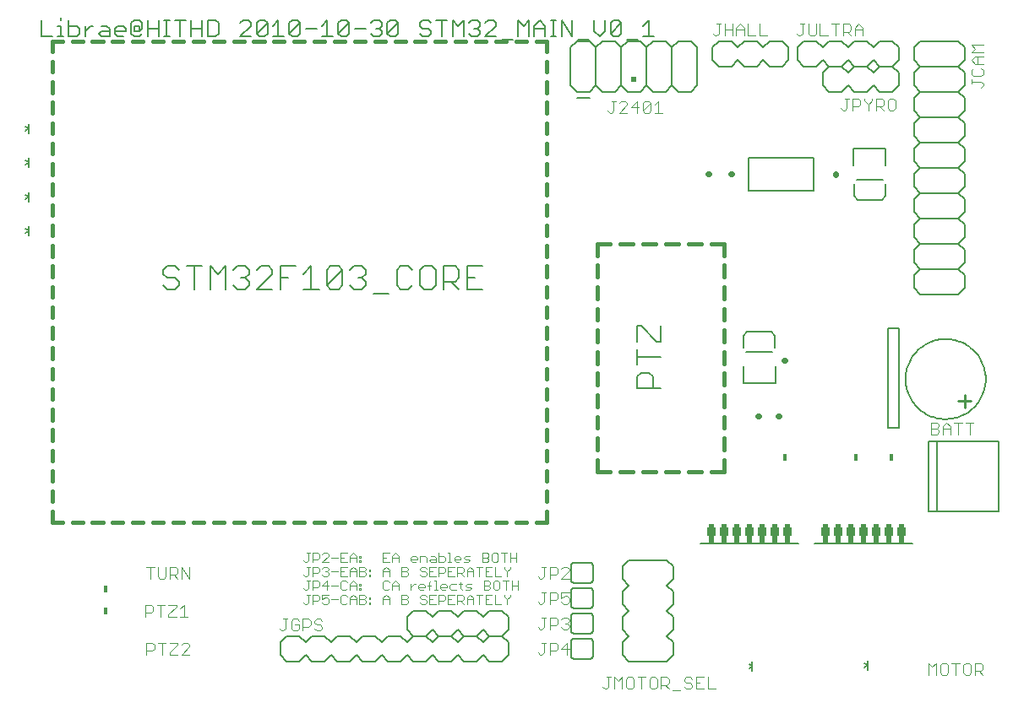
<source format=gto>
G75*
G70*
%OFA0B0*%
%FSLAX24Y24*%
%IPPOS*%
%LPD*%
%AMOC8*
5,1,8,0,0,1.08239X$1,22.5*
%
%ADD10C,0.0160*%
%ADD11C,0.0040*%
%ADD12C,0.0030*%
%ADD13C,0.0060*%
%ADD14C,0.0080*%
%ADD15R,0.0354X0.0375*%
%ADD16R,0.0354X0.0375*%
%ADD17R,0.0236X0.0768*%
%ADD18R,0.0180X0.0300*%
%ADD19C,0.0100*%
%ADD20C,0.0220*%
%ADD21R,0.0200X0.0200*%
D10*
X003703Y007161D02*
X004105Y007161D01*
X004499Y007161D02*
X004901Y007161D01*
X005295Y007161D02*
X005697Y007161D01*
X006091Y007161D02*
X006493Y007161D01*
X006886Y007161D02*
X007288Y007161D01*
X007682Y007161D02*
X008084Y007161D01*
X008478Y007161D02*
X008880Y007161D01*
X009274Y007161D02*
X009676Y007161D01*
X010069Y007161D02*
X010471Y007161D01*
X010865Y007161D02*
X011267Y007161D01*
X011661Y007161D02*
X012063Y007161D01*
X012457Y007161D02*
X012859Y007161D01*
X013252Y007161D02*
X013654Y007161D01*
X014048Y007161D02*
X014450Y007161D01*
X014844Y007161D02*
X015246Y007161D01*
X015640Y007161D02*
X016042Y007161D01*
X016435Y007161D02*
X016837Y007161D01*
X017231Y007161D02*
X017633Y007161D01*
X018027Y007161D02*
X018429Y007161D01*
X018823Y007161D02*
X019225Y007161D01*
X019618Y007161D02*
X020020Y007161D01*
X020414Y007161D02*
X020816Y007161D01*
X021210Y007161D02*
X021612Y007161D01*
X022006Y007161D02*
X022408Y007161D01*
X022801Y007161D02*
X023203Y007161D01*
X023203Y007576D01*
X023203Y007969D02*
X023203Y008384D01*
X023203Y008777D02*
X023203Y009192D01*
X023203Y009585D02*
X023203Y010000D01*
X023203Y010394D02*
X023203Y010808D01*
X023203Y011202D02*
X023203Y011616D01*
X023203Y012010D02*
X023203Y012424D01*
X023203Y012818D02*
X023203Y013232D01*
X023203Y013626D02*
X023203Y014040D01*
X023203Y014434D02*
X023203Y014848D01*
X023203Y015242D02*
X023203Y015656D01*
X023203Y016050D02*
X023203Y016464D01*
X023203Y016858D02*
X023203Y017272D01*
X023203Y017666D02*
X023203Y018081D01*
X023203Y018474D02*
X023203Y018889D01*
X023203Y019282D02*
X023203Y019697D01*
X023203Y020090D02*
X023203Y020505D01*
X023203Y020898D02*
X023203Y021313D01*
X023203Y021707D02*
X023203Y022121D01*
X023203Y022515D02*
X023203Y022929D01*
X023203Y023323D02*
X023203Y023737D01*
X023203Y024131D02*
X023203Y024545D01*
X023203Y024939D02*
X023203Y025353D01*
X023203Y025747D02*
X023203Y026161D01*
X022801Y026161D01*
X022408Y026161D02*
X022006Y026161D01*
X021612Y026161D02*
X021210Y026161D01*
X020816Y026161D02*
X020414Y026161D01*
X020020Y026161D02*
X019618Y026161D01*
X019225Y026161D02*
X018823Y026161D01*
X018429Y026161D02*
X018027Y026161D01*
X017633Y026161D02*
X017231Y026161D01*
X016837Y026161D02*
X016435Y026161D01*
X016042Y026161D02*
X015640Y026161D01*
X015246Y026161D02*
X014844Y026161D01*
X014450Y026161D02*
X014048Y026161D01*
X013654Y026161D02*
X013252Y026161D01*
X012859Y026161D02*
X012457Y026161D01*
X012063Y026161D02*
X011661Y026161D01*
X011267Y026161D02*
X010865Y026161D01*
X010471Y026161D02*
X010069Y026161D01*
X009676Y026161D02*
X009274Y026161D01*
X008880Y026161D02*
X008478Y026161D01*
X008084Y026161D02*
X007682Y026161D01*
X007288Y026161D02*
X006886Y026161D01*
X006493Y026161D02*
X006091Y026161D01*
X005697Y026161D02*
X005295Y026161D01*
X004901Y026161D02*
X004499Y026161D01*
X004105Y026161D02*
X003703Y026161D01*
X003703Y025747D01*
X003703Y025353D02*
X003703Y024939D01*
X003703Y024545D02*
X003703Y024131D01*
X003703Y023737D02*
X003703Y023323D01*
X003703Y022929D02*
X003703Y022515D01*
X003703Y022121D02*
X003703Y021707D01*
X003703Y021313D02*
X003703Y020898D01*
X003703Y020505D02*
X003703Y020090D01*
X003703Y019697D02*
X003703Y019282D01*
X003703Y018889D02*
X003703Y018474D01*
X003703Y018081D02*
X003703Y017666D01*
X003703Y017272D02*
X003703Y016858D01*
X003703Y016464D02*
X003703Y016050D01*
X003703Y015656D02*
X003703Y015242D01*
X003703Y014848D02*
X003703Y014434D01*
X003703Y014040D02*
X003703Y013626D01*
X003703Y013232D02*
X003703Y012818D01*
X003703Y012424D02*
X003703Y012010D01*
X003703Y011616D02*
X003703Y011202D01*
X003703Y010808D02*
X003703Y010394D01*
X003703Y010000D02*
X003703Y009585D01*
X003703Y009192D02*
X003703Y008777D01*
X003703Y008384D02*
X003703Y007969D01*
X003703Y007576D02*
X003703Y007161D01*
X025203Y009161D02*
X025203Y009621D01*
X025203Y010015D02*
X025203Y010475D01*
X025203Y010869D02*
X025203Y011329D01*
X025203Y011723D02*
X025203Y012183D01*
X025203Y012577D02*
X025203Y013037D01*
X025203Y013431D02*
X025203Y013891D01*
X025203Y014285D02*
X025203Y014745D01*
X025203Y015139D02*
X025203Y015599D01*
X025203Y015993D02*
X025203Y016453D01*
X025203Y016847D02*
X025203Y017307D01*
X025203Y017701D02*
X025203Y018161D01*
X025709Y018161D01*
X026102Y018161D02*
X026607Y018161D01*
X027001Y018161D02*
X027506Y018161D01*
X027900Y018161D02*
X028405Y018161D01*
X028799Y018161D02*
X029304Y018161D01*
X029698Y018161D02*
X030203Y018161D01*
X030203Y017701D01*
X030203Y017307D02*
X030203Y016847D01*
X030203Y016453D02*
X030203Y015993D01*
X030203Y015599D02*
X030203Y015139D01*
X030203Y014745D02*
X030203Y014285D01*
X030203Y013891D02*
X030203Y013431D01*
X030203Y013037D02*
X030203Y012577D01*
X030203Y012183D02*
X030203Y011723D01*
X030203Y011329D02*
X030203Y010869D01*
X030203Y010475D02*
X030203Y010015D01*
X030203Y009621D02*
X030203Y009161D01*
X029698Y009161D01*
X029304Y009161D02*
X028799Y009161D01*
X028405Y009161D02*
X027900Y009161D01*
X027506Y009161D02*
X027001Y009161D01*
X026608Y009161D02*
X026102Y009161D01*
X025709Y009161D02*
X025203Y009161D01*
D11*
X024024Y005392D02*
X023871Y005392D01*
X023794Y005315D01*
X023641Y005315D02*
X023641Y005161D01*
X023564Y005085D01*
X023334Y005085D01*
X023334Y004931D02*
X023334Y005392D01*
X023564Y005392D01*
X023641Y005315D01*
X024024Y005392D02*
X024101Y005315D01*
X024101Y005238D01*
X023794Y004931D01*
X024101Y004931D01*
X024101Y004392D02*
X023794Y004392D01*
X023794Y004161D01*
X023947Y004238D01*
X024024Y004238D01*
X024101Y004161D01*
X024101Y004008D01*
X024024Y003931D01*
X023871Y003931D01*
X023794Y004008D01*
X023641Y004161D02*
X023564Y004085D01*
X023334Y004085D01*
X023334Y003931D02*
X023334Y004392D01*
X023564Y004392D01*
X023641Y004315D01*
X023641Y004161D01*
X023180Y004392D02*
X023027Y004392D01*
X023103Y004392D02*
X023103Y004008D01*
X023027Y003931D01*
X022950Y003931D01*
X022873Y004008D01*
X023027Y003392D02*
X023180Y003392D01*
X023103Y003392D02*
X023103Y003008D01*
X023027Y002931D01*
X022950Y002931D01*
X022873Y003008D01*
X023334Y003085D02*
X023564Y003085D01*
X023641Y003161D01*
X023641Y003315D01*
X023564Y003392D01*
X023334Y003392D01*
X023334Y002931D01*
X023794Y003008D02*
X023871Y002931D01*
X024024Y002931D01*
X024101Y003008D01*
X024101Y003085D01*
X024024Y003161D01*
X023947Y003161D01*
X024024Y003161D02*
X024101Y003238D01*
X024101Y003315D01*
X024024Y003392D01*
X023871Y003392D01*
X023794Y003315D01*
X023564Y002392D02*
X023334Y002392D01*
X023334Y001931D01*
X023334Y002085D02*
X023564Y002085D01*
X023641Y002161D01*
X023641Y002315D01*
X023564Y002392D01*
X023794Y002161D02*
X024101Y002161D01*
X024024Y001931D02*
X024024Y002392D01*
X023794Y002161D01*
X023180Y002392D02*
X023027Y002392D01*
X023103Y002392D02*
X023103Y002008D01*
X023027Y001931D01*
X022950Y001931D01*
X022873Y002008D01*
X025423Y000658D02*
X025500Y000581D01*
X025577Y000581D01*
X025653Y000658D01*
X025653Y001042D01*
X025577Y001042D02*
X025730Y001042D01*
X025884Y001042D02*
X026037Y000888D01*
X026191Y001042D01*
X026191Y000581D01*
X026344Y000658D02*
X026421Y000581D01*
X026574Y000581D01*
X026651Y000658D01*
X026651Y000965D01*
X026574Y001042D01*
X026421Y001042D01*
X026344Y000965D01*
X026344Y000658D01*
X025884Y000581D02*
X025884Y001042D01*
X026804Y001042D02*
X027111Y001042D01*
X026958Y001042D02*
X026958Y000581D01*
X027265Y000658D02*
X027265Y000965D01*
X027341Y001042D01*
X027495Y001042D01*
X027572Y000965D01*
X027572Y000658D01*
X027495Y000581D01*
X027341Y000581D01*
X027265Y000658D01*
X027725Y000581D02*
X027725Y001042D01*
X027955Y001042D01*
X028032Y000965D01*
X028032Y000811D01*
X027955Y000735D01*
X027725Y000735D01*
X027879Y000735D02*
X028032Y000581D01*
X028185Y000505D02*
X028492Y000505D01*
X028646Y000658D02*
X028722Y000581D01*
X028876Y000581D01*
X028953Y000658D01*
X028953Y000735D01*
X028876Y000811D01*
X028722Y000811D01*
X028646Y000888D01*
X028646Y000965D01*
X028722Y001042D01*
X028876Y001042D01*
X028953Y000965D01*
X029106Y001042D02*
X029106Y000581D01*
X029413Y000581D01*
X029566Y000581D02*
X029873Y000581D01*
X029566Y000581D02*
X029566Y001042D01*
X029413Y001042D02*
X029106Y001042D01*
X029106Y000811D02*
X029260Y000811D01*
X023103Y005008D02*
X023027Y004931D01*
X022950Y004931D01*
X022873Y005008D01*
X023103Y005008D02*
X023103Y005392D01*
X023027Y005392D02*
X023180Y005392D01*
X014361Y003265D02*
X014285Y003342D01*
X014131Y003342D01*
X014054Y003265D01*
X014054Y003188D01*
X014131Y003111D01*
X014285Y003111D01*
X014361Y003035D01*
X014361Y002958D01*
X014285Y002881D01*
X014131Y002881D01*
X014054Y002958D01*
X013901Y003111D02*
X013824Y003035D01*
X013594Y003035D01*
X013594Y002881D02*
X013594Y003342D01*
X013824Y003342D01*
X013901Y003265D01*
X013901Y003111D01*
X013441Y003111D02*
X013441Y002958D01*
X013364Y002881D01*
X013210Y002881D01*
X013134Y002958D01*
X013134Y003265D01*
X013210Y003342D01*
X013364Y003342D01*
X013441Y003265D01*
X013441Y003111D02*
X013287Y003111D01*
X012980Y003342D02*
X012827Y003342D01*
X012903Y003342D02*
X012903Y002958D01*
X012827Y002881D01*
X012750Y002881D01*
X012673Y002958D01*
X009111Y002315D02*
X009035Y002392D01*
X008881Y002392D01*
X008804Y002315D01*
X008651Y002315D02*
X008344Y002008D01*
X008344Y001931D01*
X008651Y001931D01*
X008804Y001931D02*
X009111Y002238D01*
X009111Y002315D01*
X009111Y001931D02*
X008804Y001931D01*
X008651Y002315D02*
X008651Y002392D01*
X008344Y002392D01*
X008191Y002392D02*
X007884Y002392D01*
X008037Y002392D02*
X008037Y001931D01*
X007730Y002161D02*
X007730Y002315D01*
X007653Y002392D01*
X007423Y002392D01*
X007423Y001931D01*
X007423Y002085D02*
X007653Y002085D01*
X007730Y002161D01*
X007987Y003431D02*
X007987Y003892D01*
X007834Y003892D02*
X008141Y003892D01*
X008294Y003892D02*
X008601Y003892D01*
X008601Y003815D01*
X008294Y003508D01*
X008294Y003431D01*
X008601Y003431D01*
X008754Y003431D02*
X009061Y003431D01*
X008908Y003431D02*
X008908Y003892D01*
X008754Y003738D01*
X007680Y003661D02*
X007603Y003585D01*
X007373Y003585D01*
X007373Y003431D02*
X007373Y003892D01*
X007603Y003892D01*
X007680Y003815D01*
X007680Y003661D01*
X007577Y004931D02*
X007577Y005392D01*
X007730Y005392D02*
X007423Y005392D01*
X007884Y005392D02*
X007884Y005008D01*
X007960Y004931D01*
X008114Y004931D01*
X008191Y005008D01*
X008191Y005392D01*
X008344Y005392D02*
X008344Y004931D01*
X008344Y005085D02*
X008574Y005085D01*
X008651Y005161D01*
X008651Y005315D01*
X008574Y005392D01*
X008344Y005392D01*
X008497Y005085D02*
X008651Y004931D01*
X008804Y004931D02*
X008804Y005392D01*
X009111Y004931D01*
X009111Y005392D01*
X025700Y023331D02*
X025777Y023331D01*
X025853Y023408D01*
X025853Y023792D01*
X025777Y023792D02*
X025930Y023792D01*
X026084Y023715D02*
X026160Y023792D01*
X026314Y023792D01*
X026391Y023715D01*
X026391Y023638D01*
X026084Y023331D01*
X026391Y023331D01*
X026544Y023561D02*
X026851Y023561D01*
X027004Y023408D02*
X027004Y023715D01*
X027081Y023792D01*
X027235Y023792D01*
X027311Y023715D01*
X027004Y023408D01*
X027081Y023331D01*
X027235Y023331D01*
X027311Y023408D01*
X027311Y023715D01*
X027465Y023638D02*
X027618Y023792D01*
X027618Y023331D01*
X027465Y023331D02*
X027772Y023331D01*
X026774Y023331D02*
X026774Y023792D01*
X026544Y023561D01*
X025700Y023331D02*
X025623Y023408D01*
X029773Y026458D02*
X029850Y026381D01*
X029927Y026381D01*
X030003Y026458D01*
X030003Y026842D01*
X029927Y026842D02*
X030080Y026842D01*
X030234Y026842D02*
X030234Y026381D01*
X030234Y026611D02*
X030541Y026611D01*
X030694Y026611D02*
X031001Y026611D01*
X031001Y026688D02*
X031001Y026381D01*
X031154Y026381D02*
X031461Y026381D01*
X031615Y026381D02*
X031922Y026381D01*
X031615Y026381D02*
X031615Y026842D01*
X031154Y026842D02*
X031154Y026381D01*
X031001Y026688D02*
X030847Y026842D01*
X030694Y026688D01*
X030694Y026381D01*
X030541Y026381D02*
X030541Y026842D01*
X033073Y026458D02*
X033150Y026381D01*
X033227Y026381D01*
X033303Y026458D01*
X033303Y026842D01*
X033227Y026842D02*
X033380Y026842D01*
X033534Y026842D02*
X033534Y026458D01*
X033610Y026381D01*
X033764Y026381D01*
X033841Y026458D01*
X033841Y026842D01*
X033994Y026842D02*
X033994Y026381D01*
X034301Y026381D01*
X034608Y026381D02*
X034608Y026842D01*
X034761Y026842D02*
X034454Y026842D01*
X034915Y026842D02*
X035145Y026842D01*
X035222Y026765D01*
X035222Y026611D01*
X035145Y026535D01*
X034915Y026535D01*
X035068Y026535D02*
X035222Y026381D01*
X035375Y026381D02*
X035375Y026688D01*
X035529Y026842D01*
X035682Y026688D01*
X035682Y026381D01*
X035682Y026611D02*
X035375Y026611D01*
X034915Y026381D02*
X034915Y026842D01*
X034977Y023892D02*
X035130Y023892D01*
X035053Y023892D02*
X035053Y023508D01*
X034977Y023431D01*
X034900Y023431D01*
X034823Y023508D01*
X035284Y023585D02*
X035514Y023585D01*
X035591Y023661D01*
X035591Y023815D01*
X035514Y023892D01*
X035284Y023892D01*
X035284Y023431D01*
X035744Y023815D02*
X035897Y023661D01*
X035897Y023431D01*
X035897Y023661D02*
X036051Y023815D01*
X036051Y023892D01*
X036204Y023892D02*
X036435Y023892D01*
X036511Y023815D01*
X036511Y023661D01*
X036435Y023585D01*
X036204Y023585D01*
X036204Y023431D02*
X036204Y023892D01*
X036358Y023585D02*
X036511Y023431D01*
X036665Y023508D02*
X036741Y023431D01*
X036895Y023431D01*
X036972Y023508D01*
X036972Y023815D01*
X036895Y023892D01*
X036741Y023892D01*
X036665Y023815D01*
X036665Y023508D01*
X035744Y023815D02*
X035744Y023892D01*
X039973Y024485D02*
X039973Y024638D01*
X039973Y024561D02*
X040357Y024561D01*
X040433Y024485D01*
X040433Y024408D01*
X040357Y024331D01*
X040357Y024792D02*
X040433Y024868D01*
X040433Y025022D01*
X040357Y025099D01*
X040433Y025252D02*
X040126Y025252D01*
X039973Y025405D01*
X040126Y025559D01*
X040433Y025559D01*
X040433Y025712D02*
X039973Y025712D01*
X040126Y025866D01*
X039973Y026019D01*
X040433Y026019D01*
X040203Y025559D02*
X040203Y025252D01*
X040050Y025099D02*
X039973Y025022D01*
X039973Y024868D01*
X040050Y024792D01*
X040357Y024792D01*
X040061Y011092D02*
X039754Y011092D01*
X039601Y011092D02*
X039294Y011092D01*
X039447Y011092D02*
X039447Y010631D01*
X039141Y010631D02*
X039141Y010938D01*
X038987Y011092D01*
X038834Y010938D01*
X038834Y010631D01*
X038680Y010708D02*
X038603Y010631D01*
X038373Y010631D01*
X038373Y011092D01*
X038603Y011092D01*
X038680Y011015D01*
X038680Y010938D01*
X038603Y010861D01*
X038373Y010861D01*
X038603Y010861D02*
X038680Y010785D01*
X038680Y010708D01*
X038834Y010861D02*
X039141Y010861D01*
X039908Y010631D02*
X039908Y011092D01*
X039885Y001592D02*
X039961Y001515D01*
X039961Y001208D01*
X039885Y001131D01*
X039731Y001131D01*
X039654Y001208D01*
X039654Y001515D01*
X039731Y001592D01*
X039885Y001592D01*
X040115Y001592D02*
X040115Y001131D01*
X040115Y001285D02*
X040345Y001285D01*
X040422Y001361D01*
X040422Y001515D01*
X040345Y001592D01*
X040115Y001592D01*
X040268Y001285D02*
X040422Y001131D01*
X039501Y001592D02*
X039194Y001592D01*
X039347Y001592D02*
X039347Y001131D01*
X039041Y001208D02*
X039041Y001515D01*
X038964Y001592D01*
X038810Y001592D01*
X038734Y001515D01*
X038734Y001208D01*
X038810Y001131D01*
X038964Y001131D01*
X039041Y001208D01*
X038580Y001131D02*
X038580Y001592D01*
X038427Y001438D01*
X038273Y001592D01*
X038273Y001131D01*
D12*
X022091Y004476D02*
X022091Y004847D01*
X022091Y004661D02*
X021844Y004661D01*
X021844Y004476D02*
X021844Y004847D01*
X021722Y004847D02*
X021475Y004847D01*
X021599Y004847D02*
X021599Y004476D01*
X021537Y004297D02*
X021537Y004235D01*
X021660Y004111D01*
X021660Y003926D01*
X021660Y004111D02*
X021784Y004235D01*
X021784Y004297D01*
X021354Y004538D02*
X021354Y004785D01*
X021292Y004847D01*
X021169Y004847D01*
X021107Y004785D01*
X021107Y004538D01*
X021169Y004476D01*
X021292Y004476D01*
X021354Y004538D01*
X021169Y004297D02*
X021169Y003926D01*
X021415Y003926D01*
X021047Y003926D02*
X020800Y003926D01*
X020800Y004297D01*
X021047Y004297D01*
X020924Y004476D02*
X020739Y004476D01*
X020739Y004847D01*
X020924Y004847D01*
X020986Y004785D01*
X020986Y004723D01*
X020924Y004661D01*
X020739Y004661D01*
X020924Y004661D02*
X020986Y004600D01*
X020986Y004538D01*
X020924Y004476D01*
X020679Y004297D02*
X020432Y004297D01*
X020555Y004297D02*
X020555Y003926D01*
X020311Y003926D02*
X020311Y004173D01*
X020187Y004297D01*
X020064Y004173D01*
X020064Y003926D01*
X019942Y003926D02*
X019819Y004050D01*
X019881Y004050D02*
X019695Y004050D01*
X019695Y003926D02*
X019695Y004297D01*
X019881Y004297D01*
X019942Y004235D01*
X019942Y004111D01*
X019881Y004050D01*
X020064Y004111D02*
X020311Y004111D01*
X020187Y004476D02*
X020002Y004476D01*
X019880Y004476D02*
X019818Y004538D01*
X019818Y004785D01*
X019757Y004723D02*
X019880Y004723D01*
X020002Y004661D02*
X020064Y004723D01*
X020249Y004723D01*
X020187Y004600D02*
X020064Y004600D01*
X020002Y004661D01*
X020187Y004600D02*
X020249Y004538D01*
X020187Y004476D01*
X020800Y004111D02*
X020924Y004111D01*
X020800Y005026D02*
X021047Y005026D01*
X021169Y005026D02*
X021415Y005026D01*
X021660Y005026D02*
X021660Y005211D01*
X021784Y005335D01*
X021784Y005397D01*
X021782Y005576D02*
X021782Y005947D01*
X021661Y005947D02*
X021414Y005947D01*
X021538Y005947D02*
X021538Y005576D01*
X021537Y005397D02*
X021537Y005335D01*
X021660Y005211D01*
X022029Y005576D02*
X022029Y005947D01*
X022029Y005761D02*
X021782Y005761D01*
X021293Y005638D02*
X021293Y005885D01*
X021231Y005947D01*
X021107Y005947D01*
X021046Y005885D01*
X021046Y005638D01*
X021107Y005576D01*
X021231Y005576D01*
X021293Y005638D01*
X021169Y005397D02*
X021169Y005026D01*
X020924Y005211D02*
X020800Y005211D01*
X020800Y005026D02*
X020800Y005397D01*
X021047Y005397D01*
X020863Y005576D02*
X020677Y005576D01*
X020677Y005947D01*
X020863Y005947D01*
X020924Y005885D01*
X020924Y005823D01*
X020863Y005761D01*
X020677Y005761D01*
X020863Y005761D02*
X020924Y005700D01*
X020924Y005638D01*
X020863Y005576D01*
X020679Y005397D02*
X020432Y005397D01*
X020555Y005397D02*
X020555Y005026D01*
X020311Y005026D02*
X020311Y005273D01*
X020187Y005397D01*
X020064Y005273D01*
X020064Y005026D01*
X019942Y005026D02*
X019819Y005150D01*
X019881Y005150D02*
X019695Y005150D01*
X019695Y005026D02*
X019695Y005397D01*
X019881Y005397D01*
X019942Y005335D01*
X019942Y005211D01*
X019881Y005150D01*
X020064Y005211D02*
X020311Y005211D01*
X020126Y005576D02*
X020188Y005638D01*
X020126Y005700D01*
X020003Y005700D01*
X019941Y005761D01*
X020003Y005823D01*
X020188Y005823D01*
X020126Y005576D02*
X019941Y005576D01*
X019819Y005700D02*
X019573Y005700D01*
X019573Y005761D02*
X019573Y005638D01*
X019634Y005576D01*
X019758Y005576D01*
X019819Y005700D02*
X019819Y005761D01*
X019758Y005823D01*
X019634Y005823D01*
X019573Y005761D01*
X019450Y005576D02*
X019327Y005576D01*
X019389Y005576D02*
X019389Y005947D01*
X019327Y005947D01*
X019144Y005823D02*
X018959Y005823D01*
X018959Y005947D02*
X018959Y005576D01*
X019144Y005576D01*
X019206Y005638D01*
X019206Y005761D01*
X019144Y005823D01*
X018837Y005761D02*
X018837Y005576D01*
X018652Y005576D01*
X018590Y005638D01*
X018652Y005700D01*
X018837Y005700D01*
X018837Y005761D02*
X018776Y005823D01*
X018652Y005823D01*
X018469Y005761D02*
X018469Y005576D01*
X018469Y005761D02*
X018407Y005823D01*
X018222Y005823D01*
X018222Y005576D01*
X018101Y005700D02*
X018101Y005761D01*
X018039Y005823D01*
X017916Y005823D01*
X017854Y005761D01*
X017854Y005638D01*
X017916Y005576D01*
X018039Y005576D01*
X018101Y005700D02*
X017854Y005700D01*
X017671Y005397D02*
X017732Y005335D01*
X017732Y005273D01*
X017671Y005211D01*
X017486Y005211D01*
X017671Y005211D02*
X017732Y005150D01*
X017732Y005088D01*
X017671Y005026D01*
X017486Y005026D01*
X017486Y005397D01*
X017671Y005397D01*
X017364Y005576D02*
X017364Y005823D01*
X017241Y005947D01*
X017117Y005823D01*
X017117Y005576D01*
X016996Y005576D02*
X016749Y005576D01*
X016749Y005947D01*
X016996Y005947D01*
X017117Y005761D02*
X017364Y005761D01*
X016872Y005761D02*
X016749Y005761D01*
X016872Y005397D02*
X016996Y005273D01*
X016996Y005026D01*
X016996Y005211D02*
X016749Y005211D01*
X016749Y005273D02*
X016872Y005397D01*
X016749Y005273D02*
X016749Y005026D01*
X016811Y004847D02*
X016749Y004785D01*
X016749Y004538D01*
X016811Y004476D01*
X016934Y004476D01*
X016996Y004538D01*
X017117Y004476D02*
X017117Y004723D01*
X017241Y004847D01*
X017364Y004723D01*
X017364Y004476D01*
X017364Y004661D02*
X017117Y004661D01*
X016996Y004785D02*
X016934Y004847D01*
X016811Y004847D01*
X016258Y005026D02*
X016196Y005026D01*
X016196Y005088D01*
X016258Y005088D01*
X016258Y005026D01*
X016258Y005211D02*
X016196Y005211D01*
X016196Y005273D01*
X016258Y005273D01*
X016258Y005211D01*
X016075Y005150D02*
X016075Y005088D01*
X016013Y005026D01*
X015828Y005026D01*
X015828Y005397D01*
X016013Y005397D01*
X016075Y005335D01*
X016075Y005273D01*
X016013Y005211D01*
X015828Y005211D01*
X015707Y005211D02*
X015460Y005211D01*
X015460Y005273D02*
X015583Y005397D01*
X015707Y005273D01*
X015707Y005026D01*
X015583Y004847D02*
X015707Y004723D01*
X015707Y004476D01*
X015828Y004476D02*
X015828Y004538D01*
X015890Y004538D01*
X015890Y004476D01*
X015828Y004476D01*
X015828Y004297D02*
X016013Y004297D01*
X016075Y004235D01*
X016075Y004173D01*
X016013Y004111D01*
X015828Y004111D01*
X015707Y004111D02*
X015460Y004111D01*
X015460Y004173D02*
X015583Y004297D01*
X015707Y004173D01*
X015707Y003926D01*
X015828Y003926D02*
X016013Y003926D01*
X016075Y003988D01*
X016075Y004050D01*
X016013Y004111D01*
X016196Y004111D02*
X016196Y004173D01*
X016258Y004173D01*
X016258Y004111D01*
X016196Y004111D01*
X016196Y003988D02*
X016196Y003926D01*
X016258Y003926D01*
X016258Y003988D01*
X016196Y003988D01*
X015828Y003926D02*
X015828Y004297D01*
X015460Y004173D02*
X015460Y003926D01*
X015338Y003988D02*
X015277Y003926D01*
X015153Y003926D01*
X015092Y003988D01*
X015092Y004235D01*
X015153Y004297D01*
X015277Y004297D01*
X015338Y004235D01*
X015277Y004476D02*
X015153Y004476D01*
X015092Y004538D01*
X015092Y004785D01*
X015153Y004847D01*
X015277Y004847D01*
X015338Y004785D01*
X015460Y004723D02*
X015583Y004847D01*
X015460Y004723D02*
X015460Y004476D01*
X015338Y004538D02*
X015277Y004476D01*
X015460Y004661D02*
X015707Y004661D01*
X015828Y004661D02*
X015828Y004723D01*
X015890Y004723D01*
X015890Y004661D01*
X015828Y004661D01*
X015460Y005026D02*
X015460Y005273D01*
X015338Y005397D02*
X015092Y005397D01*
X015092Y005026D01*
X015338Y005026D01*
X015215Y005211D02*
X015092Y005211D01*
X014970Y005211D02*
X014723Y005211D01*
X014602Y005150D02*
X014540Y005211D01*
X014478Y005211D01*
X014540Y005211D02*
X014602Y005273D01*
X014602Y005335D01*
X014540Y005397D01*
X014417Y005397D01*
X014355Y005335D01*
X014233Y005335D02*
X014233Y005211D01*
X014172Y005150D01*
X013987Y005150D01*
X013987Y005026D02*
X013987Y005397D01*
X014172Y005397D01*
X014233Y005335D01*
X014355Y005576D02*
X014602Y005823D01*
X014602Y005885D01*
X014540Y005947D01*
X014417Y005947D01*
X014355Y005885D01*
X014233Y005885D02*
X014233Y005761D01*
X014172Y005700D01*
X013987Y005700D01*
X013987Y005576D02*
X013987Y005947D01*
X014172Y005947D01*
X014233Y005885D01*
X014355Y005576D02*
X014602Y005576D01*
X014723Y005761D02*
X014970Y005761D01*
X015092Y005761D02*
X015215Y005761D01*
X015092Y005576D02*
X015338Y005576D01*
X015460Y005576D02*
X015460Y005823D01*
X015583Y005947D01*
X015707Y005823D01*
X015707Y005576D01*
X015828Y005576D02*
X015828Y005638D01*
X015890Y005638D01*
X015890Y005576D01*
X015828Y005576D01*
X015828Y005761D02*
X015828Y005823D01*
X015890Y005823D01*
X015890Y005761D01*
X015828Y005761D01*
X015707Y005761D02*
X015460Y005761D01*
X015338Y005947D02*
X015092Y005947D01*
X015092Y005576D01*
X014602Y005150D02*
X014602Y005088D01*
X014540Y005026D01*
X014417Y005026D01*
X014355Y005088D01*
X014172Y004847D02*
X013987Y004847D01*
X013987Y004476D01*
X013987Y004600D02*
X014172Y004600D01*
X014233Y004661D01*
X014233Y004785D01*
X014172Y004847D01*
X014355Y004661D02*
X014602Y004661D01*
X014723Y004661D02*
X014970Y004661D01*
X014540Y004476D02*
X014540Y004847D01*
X014355Y004661D01*
X013865Y004847D02*
X013742Y004847D01*
X013803Y004847D02*
X013803Y004538D01*
X013742Y004476D01*
X013680Y004476D01*
X013618Y004538D01*
X013742Y004297D02*
X013865Y004297D01*
X013803Y004297D02*
X013803Y003988D01*
X013742Y003926D01*
X013680Y003926D01*
X013618Y003988D01*
X013987Y004050D02*
X014172Y004050D01*
X014233Y004111D01*
X014233Y004235D01*
X014172Y004297D01*
X013987Y004297D01*
X013987Y003926D01*
X014355Y003988D02*
X014417Y003926D01*
X014540Y003926D01*
X014602Y003988D01*
X014602Y004111D01*
X014540Y004173D01*
X014478Y004173D01*
X014355Y004111D01*
X014355Y004297D01*
X014602Y004297D01*
X014723Y004111D02*
X014970Y004111D01*
X016013Y005211D02*
X016075Y005150D01*
X016872Y004297D02*
X016996Y004173D01*
X016996Y003926D01*
X016996Y004111D02*
X016749Y004111D01*
X016749Y004173D02*
X016872Y004297D01*
X016749Y004173D02*
X016749Y003926D01*
X017486Y003926D02*
X017671Y003926D01*
X017732Y003988D01*
X017732Y004050D01*
X017671Y004111D01*
X017486Y004111D01*
X017671Y004111D02*
X017732Y004173D01*
X017732Y004235D01*
X017671Y004297D01*
X017486Y004297D01*
X017486Y003926D01*
X017854Y004476D02*
X017854Y004723D01*
X017977Y004723D02*
X018039Y004723D01*
X017977Y004723D02*
X017854Y004600D01*
X018161Y004600D02*
X018408Y004600D01*
X018408Y004661D01*
X018346Y004723D01*
X018222Y004723D01*
X018161Y004661D01*
X018161Y004538D01*
X018222Y004476D01*
X018346Y004476D01*
X018407Y004297D02*
X018284Y004297D01*
X018222Y004235D01*
X018222Y004173D01*
X018284Y004111D01*
X018407Y004111D01*
X018469Y004050D01*
X018469Y003988D01*
X018407Y003926D01*
X018284Y003926D01*
X018222Y003988D01*
X018469Y004235D02*
X018407Y004297D01*
X018590Y004297D02*
X018590Y003926D01*
X018837Y003926D01*
X018959Y003926D02*
X018959Y004297D01*
X019144Y004297D01*
X019206Y004235D01*
X019206Y004111D01*
X019144Y004050D01*
X018959Y004050D01*
X018714Y004111D02*
X018590Y004111D01*
X018590Y004297D02*
X018837Y004297D01*
X018836Y004476D02*
X018836Y004847D01*
X018775Y004847D01*
X018652Y004847D02*
X018591Y004785D01*
X018591Y004476D01*
X018775Y004476D02*
X018898Y004476D01*
X019020Y004538D02*
X019020Y004661D01*
X019082Y004723D01*
X019205Y004723D01*
X019267Y004661D01*
X019267Y004600D01*
X019020Y004600D01*
X019020Y004538D02*
X019082Y004476D01*
X019205Y004476D01*
X019388Y004538D02*
X019388Y004661D01*
X019450Y004723D01*
X019635Y004723D01*
X019635Y004476D02*
X019450Y004476D01*
X019388Y004538D01*
X019327Y004297D02*
X019327Y003926D01*
X019574Y003926D01*
X019450Y004111D02*
X019327Y004111D01*
X019327Y004297D02*
X019574Y004297D01*
X018652Y004661D02*
X018529Y004661D01*
X018590Y005026D02*
X018837Y005026D01*
X018959Y005026D02*
X018959Y005397D01*
X019144Y005397D01*
X019206Y005335D01*
X019206Y005211D01*
X019144Y005150D01*
X018959Y005150D01*
X018714Y005211D02*
X018590Y005211D01*
X018469Y005150D02*
X018469Y005088D01*
X018407Y005026D01*
X018284Y005026D01*
X018222Y005088D01*
X018284Y005211D02*
X018407Y005211D01*
X018469Y005150D01*
X018590Y005026D02*
X018590Y005397D01*
X018837Y005397D01*
X018469Y005335D02*
X018407Y005397D01*
X018284Y005397D01*
X018222Y005335D01*
X018222Y005273D01*
X018284Y005211D01*
X019327Y005211D02*
X019450Y005211D01*
X019327Y005026D02*
X019574Y005026D01*
X019327Y005026D02*
X019327Y005397D01*
X019574Y005397D01*
X013865Y005397D02*
X013742Y005397D01*
X013803Y005397D02*
X013803Y005088D01*
X013742Y005026D01*
X013680Y005026D01*
X013618Y005088D01*
X013680Y005576D02*
X013742Y005576D01*
X013803Y005638D01*
X013803Y005947D01*
X013742Y005947D02*
X013865Y005947D01*
X013618Y005638D02*
X013680Y005576D01*
D13*
X024170Y005457D02*
X024170Y004866D01*
X024174Y004847D01*
X024180Y004830D01*
X024190Y004813D01*
X024202Y004799D01*
X024217Y004787D01*
X024233Y004777D01*
X024251Y004771D01*
X024270Y004767D01*
X024289Y004767D01*
X024288Y004768D02*
X024918Y004768D01*
X024918Y004767D02*
X024937Y004767D01*
X024956Y004771D01*
X024974Y004777D01*
X024990Y004787D01*
X025005Y004799D01*
X025017Y004813D01*
X025027Y004830D01*
X025033Y004847D01*
X025037Y004866D01*
X025036Y004866D02*
X025036Y005457D01*
X025037Y005457D02*
X025033Y005475D01*
X025027Y005493D01*
X025017Y005510D01*
X025005Y005524D01*
X024990Y005537D01*
X024974Y005546D01*
X024956Y005552D01*
X024937Y005556D01*
X024918Y005556D01*
X024918Y005555D02*
X024288Y005555D01*
X024289Y005556D02*
X024270Y005556D01*
X024251Y005552D01*
X024233Y005546D01*
X024217Y005536D01*
X024202Y005524D01*
X024190Y005510D01*
X024180Y005493D01*
X024174Y005476D01*
X024170Y005457D01*
X024288Y004555D02*
X024918Y004555D01*
X024918Y004556D02*
X024937Y004556D01*
X024956Y004552D01*
X024974Y004546D01*
X024990Y004537D01*
X025005Y004524D01*
X025017Y004510D01*
X025027Y004493D01*
X025033Y004475D01*
X025037Y004457D01*
X025036Y004457D02*
X025036Y003866D01*
X025037Y003866D02*
X025033Y003847D01*
X025027Y003830D01*
X025017Y003813D01*
X025005Y003799D01*
X024990Y003787D01*
X024974Y003777D01*
X024956Y003771D01*
X024937Y003767D01*
X024918Y003767D01*
X024918Y003768D02*
X024288Y003768D01*
X024289Y003767D02*
X024270Y003767D01*
X024251Y003771D01*
X024233Y003777D01*
X024217Y003787D01*
X024202Y003799D01*
X024190Y003813D01*
X024180Y003830D01*
X024174Y003847D01*
X024170Y003866D01*
X024170Y004457D01*
X024174Y004476D01*
X024180Y004493D01*
X024190Y004510D01*
X024202Y004524D01*
X024217Y004536D01*
X024233Y004546D01*
X024251Y004552D01*
X024270Y004556D01*
X024289Y004556D01*
X024288Y003555D02*
X024918Y003555D01*
X024918Y003556D02*
X024937Y003556D01*
X024956Y003552D01*
X024974Y003546D01*
X024990Y003536D01*
X025005Y003524D01*
X025017Y003510D01*
X025027Y003493D01*
X025033Y003476D01*
X025037Y003457D01*
X025036Y003457D02*
X025036Y002866D01*
X025037Y002866D02*
X025033Y002847D01*
X025027Y002830D01*
X025017Y002813D01*
X025005Y002799D01*
X024990Y002787D01*
X024974Y002777D01*
X024956Y002771D01*
X024937Y002767D01*
X024918Y002767D01*
X024918Y002768D02*
X024288Y002768D01*
X024288Y002767D02*
X024269Y002767D01*
X024250Y002771D01*
X024232Y002777D01*
X024216Y002787D01*
X024201Y002799D01*
X024189Y002813D01*
X024179Y002830D01*
X024173Y002848D01*
X024169Y002866D01*
X024170Y002866D02*
X024170Y003457D01*
X024174Y003476D01*
X024180Y003493D01*
X024190Y003510D01*
X024202Y003524D01*
X024217Y003536D01*
X024233Y003546D01*
X024251Y003552D01*
X024270Y003556D01*
X024289Y003556D01*
X024288Y002555D02*
X024918Y002555D01*
X024918Y002556D02*
X024937Y002556D01*
X024956Y002552D01*
X024974Y002546D01*
X024990Y002536D01*
X025005Y002524D01*
X025017Y002510D01*
X025027Y002493D01*
X025033Y002476D01*
X025037Y002457D01*
X025036Y002457D02*
X025036Y001866D01*
X025037Y001866D02*
X025033Y001847D01*
X025027Y001830D01*
X025017Y001813D01*
X025005Y001799D01*
X024990Y001787D01*
X024974Y001777D01*
X024956Y001771D01*
X024937Y001767D01*
X024918Y001767D01*
X024918Y001768D02*
X024288Y001768D01*
X024288Y001767D02*
X024269Y001767D01*
X024250Y001771D01*
X024232Y001777D01*
X024216Y001787D01*
X024201Y001799D01*
X024189Y001813D01*
X024179Y001830D01*
X024173Y001848D01*
X024169Y001866D01*
X024170Y001866D02*
X024170Y002457D01*
X024174Y002476D01*
X024180Y002493D01*
X024190Y002510D01*
X024202Y002524D01*
X024217Y002536D01*
X024233Y002546D01*
X024251Y002552D01*
X024270Y002556D01*
X024289Y002556D01*
X026203Y002411D02*
X026203Y001911D01*
X026453Y001661D01*
X027953Y001661D01*
X028203Y001911D01*
X028203Y002411D01*
X027953Y002661D01*
X028203Y002911D01*
X028203Y003411D01*
X027953Y003661D01*
X028203Y003911D01*
X028203Y004411D01*
X027953Y004661D01*
X028203Y004911D01*
X028203Y005411D01*
X027953Y005661D01*
X026453Y005661D01*
X026203Y005411D01*
X026203Y004911D01*
X026453Y004661D01*
X026203Y004411D01*
X026203Y003911D01*
X026453Y003661D01*
X026203Y003411D01*
X026203Y002911D01*
X026453Y002661D01*
X026203Y002411D01*
X037953Y016161D02*
X039453Y016161D01*
X039703Y016411D01*
X039703Y016911D01*
X039453Y017161D01*
X037953Y017161D01*
X037703Y016911D01*
X037703Y016411D01*
X037953Y016161D01*
X037953Y017161D02*
X037703Y017411D01*
X037703Y017911D01*
X037953Y018161D01*
X039453Y018161D01*
X039703Y017911D01*
X039703Y017411D01*
X039453Y017161D01*
X039453Y018161D02*
X039703Y018411D01*
X039703Y018911D01*
X039453Y019161D01*
X037953Y019161D01*
X037703Y019411D01*
X037703Y019911D01*
X037953Y020161D01*
X039453Y020161D01*
X039703Y019911D01*
X039703Y019411D01*
X039453Y019161D01*
X039453Y020161D02*
X039703Y020411D01*
X039703Y020911D01*
X039453Y021161D01*
X037953Y021161D01*
X037703Y020911D01*
X037703Y020411D01*
X037953Y020161D01*
X037953Y019161D02*
X037703Y018911D01*
X037703Y018411D01*
X037953Y018161D01*
X037953Y021161D02*
X037703Y021411D01*
X037703Y021911D01*
X037953Y022161D01*
X039453Y022161D01*
X039703Y021911D01*
X039703Y021411D01*
X039453Y021161D01*
X039453Y022161D02*
X039703Y022411D01*
X039703Y022911D01*
X039453Y023161D01*
X037953Y023161D01*
X037703Y022911D01*
X037703Y022411D01*
X037953Y022161D01*
X037953Y023161D02*
X037703Y023411D01*
X037703Y023911D01*
X037953Y024161D01*
X039453Y024161D01*
X039703Y023911D01*
X039703Y023411D01*
X039453Y023161D01*
X039453Y024161D02*
X039703Y024411D01*
X039703Y024911D01*
X039453Y025161D01*
X037953Y025161D01*
X037703Y024911D01*
X037703Y024411D01*
X037953Y024161D01*
X037953Y025161D02*
X037703Y025411D01*
X037703Y025911D01*
X037953Y026161D01*
X039453Y026161D01*
X039703Y025911D01*
X039703Y025411D01*
X039453Y025161D01*
X029153Y024411D02*
X028903Y024161D01*
X028403Y024161D01*
X028153Y024411D01*
X028153Y025911D01*
X028403Y026161D01*
X028903Y026161D01*
X029153Y025911D01*
X029153Y024411D01*
X028153Y024411D02*
X027903Y024161D01*
X027403Y024161D01*
X027153Y024411D01*
X027153Y025911D01*
X027403Y026161D01*
X027903Y026161D01*
X028153Y025911D01*
X027450Y026341D02*
X027023Y026341D01*
X027237Y026341D02*
X027237Y026982D01*
X027023Y026768D01*
X026806Y026235D02*
X026379Y026235D01*
X026403Y026161D02*
X026903Y026161D01*
X027153Y025911D01*
X026403Y026161D02*
X026153Y025911D01*
X026153Y024411D01*
X026403Y024161D01*
X026903Y024161D01*
X027153Y024411D01*
X026153Y024411D02*
X025903Y024161D01*
X025403Y024161D01*
X025153Y024411D01*
X025153Y025911D01*
X025403Y026161D01*
X025903Y026161D01*
X026153Y025911D01*
X026055Y026341D02*
X025841Y026341D01*
X025734Y026448D01*
X026161Y026875D01*
X026161Y026448D01*
X026055Y026341D01*
X025734Y026448D02*
X025734Y026875D01*
X025841Y026982D01*
X026055Y026982D01*
X026161Y026875D01*
X025517Y026982D02*
X025517Y026555D01*
X025303Y026341D01*
X025090Y026555D01*
X025090Y026982D01*
X024228Y026982D02*
X024228Y026341D01*
X023801Y026982D01*
X023801Y026341D01*
X023585Y026341D02*
X023371Y026341D01*
X023478Y026341D02*
X023478Y026982D01*
X023371Y026982D02*
X023585Y026982D01*
X023154Y026768D02*
X023154Y026341D01*
X023154Y026661D02*
X022727Y026661D01*
X022727Y026768D02*
X022940Y026982D01*
X023154Y026768D01*
X022727Y026768D02*
X022727Y026341D01*
X022509Y026341D02*
X022509Y026982D01*
X022296Y026768D01*
X022082Y026982D01*
X022082Y026341D01*
X021864Y026235D02*
X021437Y026235D01*
X021220Y026341D02*
X020793Y026341D01*
X021220Y026768D01*
X021220Y026875D01*
X021113Y026982D01*
X020900Y026982D01*
X020793Y026875D01*
X020575Y026875D02*
X020575Y026768D01*
X020469Y026661D01*
X020575Y026555D01*
X020575Y026448D01*
X020469Y026341D01*
X020255Y026341D01*
X020148Y026448D01*
X019931Y026341D02*
X019931Y026982D01*
X019717Y026768D01*
X019504Y026982D01*
X019504Y026341D01*
X019073Y026341D02*
X019073Y026982D01*
X019286Y026982D02*
X018859Y026982D01*
X018642Y026875D02*
X018535Y026982D01*
X018322Y026982D01*
X018215Y026875D01*
X018215Y026768D01*
X018322Y026661D01*
X018535Y026661D01*
X018642Y026555D01*
X018642Y026448D01*
X018535Y026341D01*
X018322Y026341D01*
X018215Y026448D01*
X017353Y026448D02*
X017353Y026875D01*
X016926Y026448D01*
X017033Y026341D01*
X017246Y026341D01*
X017353Y026448D01*
X016926Y026448D02*
X016926Y026875D01*
X017033Y026982D01*
X017246Y026982D01*
X017353Y026875D01*
X016708Y026875D02*
X016708Y026768D01*
X016601Y026661D01*
X016708Y026555D01*
X016708Y026448D01*
X016601Y026341D01*
X016388Y026341D01*
X016281Y026448D01*
X016495Y026661D02*
X016601Y026661D01*
X016708Y026875D02*
X016601Y026982D01*
X016388Y026982D01*
X016281Y026875D01*
X016064Y026661D02*
X015637Y026661D01*
X015419Y026448D02*
X015312Y026341D01*
X015099Y026341D01*
X014992Y026448D01*
X015419Y026875D01*
X015419Y026448D01*
X014992Y026448D02*
X014992Y026875D01*
X015099Y026982D01*
X015312Y026982D01*
X015419Y026875D01*
X014775Y026341D02*
X014348Y026341D01*
X014561Y026341D02*
X014561Y026982D01*
X014348Y026768D01*
X014130Y026661D02*
X013703Y026661D01*
X013486Y026448D02*
X013379Y026341D01*
X013165Y026341D01*
X013059Y026448D01*
X013486Y026875D01*
X013486Y026448D01*
X013059Y026448D02*
X013059Y026875D01*
X013165Y026982D01*
X013379Y026982D01*
X013486Y026875D01*
X012841Y026341D02*
X012414Y026341D01*
X012628Y026341D02*
X012628Y026982D01*
X012414Y026768D01*
X012197Y026875D02*
X012197Y026448D01*
X012090Y026341D01*
X011876Y026341D01*
X011770Y026448D01*
X012197Y026875D01*
X012090Y026982D01*
X011876Y026982D01*
X011770Y026875D01*
X011770Y026448D01*
X011552Y026341D02*
X011125Y026341D01*
X011552Y026768D01*
X011552Y026875D01*
X011445Y026982D01*
X011232Y026982D01*
X011125Y026875D01*
X010263Y026875D02*
X010263Y026448D01*
X010156Y026341D01*
X009836Y026341D01*
X009836Y026982D01*
X010156Y026982D01*
X010263Y026875D01*
X009618Y026982D02*
X009618Y026341D01*
X009618Y026661D02*
X009191Y026661D01*
X009191Y026341D02*
X009191Y026982D01*
X008974Y026982D02*
X008547Y026982D01*
X008760Y026982D02*
X008760Y026341D01*
X008331Y026341D02*
X008117Y026341D01*
X008224Y026341D02*
X008224Y026982D01*
X008117Y026982D02*
X008331Y026982D01*
X007900Y026982D02*
X007900Y026341D01*
X007900Y026661D02*
X007473Y026661D01*
X007255Y026661D02*
X007255Y026875D01*
X007148Y026982D01*
X006935Y026982D01*
X006828Y026875D01*
X006828Y026448D01*
X006935Y026341D01*
X007148Y026341D01*
X007255Y026448D01*
X007148Y026555D02*
X006935Y026555D01*
X006935Y026768D01*
X007148Y026768D01*
X007148Y026555D01*
X007255Y026661D01*
X007473Y026341D02*
X007473Y026982D01*
X006611Y026661D02*
X006611Y026555D01*
X006184Y026555D01*
X006184Y026661D02*
X006290Y026768D01*
X006504Y026768D01*
X006611Y026661D01*
X006504Y026341D02*
X006290Y026341D01*
X006184Y026448D01*
X006184Y026661D01*
X005966Y026661D02*
X005966Y026341D01*
X005646Y026341D01*
X005539Y026448D01*
X005646Y026555D01*
X005966Y026555D01*
X005966Y026661D02*
X005859Y026768D01*
X005646Y026768D01*
X005322Y026768D02*
X005216Y026768D01*
X005002Y026555D01*
X005002Y026768D02*
X005002Y026341D01*
X004785Y026448D02*
X004785Y026661D01*
X004678Y026768D01*
X004358Y026768D01*
X004358Y026982D02*
X004358Y026341D01*
X004678Y026341D01*
X004785Y026448D01*
X004141Y026341D02*
X003928Y026341D01*
X004035Y026341D02*
X004035Y026768D01*
X003928Y026768D01*
X004035Y026982D02*
X004035Y027089D01*
X003283Y026982D02*
X003283Y026341D01*
X003710Y026341D01*
X020148Y026875D02*
X020255Y026982D01*
X020469Y026982D01*
X020575Y026875D01*
X020469Y026661D02*
X020362Y026661D01*
X024153Y025911D02*
X024153Y024411D01*
X024403Y024161D01*
X024903Y024161D01*
X025153Y024411D01*
X025153Y025911D02*
X024903Y026161D01*
X024403Y026161D01*
X024153Y025911D01*
X024445Y026235D02*
X024872Y026235D01*
D14*
X024903Y023911D02*
X024403Y023911D01*
X029753Y025411D02*
X030003Y025161D01*
X030503Y025161D01*
X030753Y025411D01*
X031003Y025161D01*
X031503Y025161D01*
X031753Y025411D01*
X032003Y025161D01*
X032503Y025161D01*
X032753Y025411D01*
X032753Y025911D01*
X032503Y026161D01*
X032003Y026161D01*
X031753Y025911D01*
X031503Y026161D01*
X031003Y026161D01*
X030753Y025911D01*
X030503Y026161D01*
X030003Y026161D01*
X029753Y025911D01*
X029753Y025411D01*
X033103Y025411D02*
X033353Y025161D01*
X033853Y025161D01*
X034103Y025411D01*
X034353Y025161D01*
X034853Y025161D01*
X035103Y024911D01*
X035353Y025161D01*
X035853Y025161D01*
X036103Y024911D01*
X036353Y025161D01*
X036853Y025161D01*
X037103Y024911D01*
X037103Y024411D01*
X036853Y024161D01*
X036353Y024161D01*
X036103Y024411D01*
X035853Y024161D01*
X035353Y024161D01*
X035103Y024411D01*
X034853Y024161D01*
X034353Y024161D01*
X034103Y024411D01*
X034103Y024911D01*
X034353Y025161D01*
X034853Y025161D01*
X035103Y025411D01*
X035353Y025161D01*
X035853Y025161D01*
X036103Y025411D01*
X036353Y025161D01*
X036853Y025161D01*
X037103Y025411D01*
X037103Y025911D01*
X036853Y026161D01*
X036353Y026161D01*
X036103Y025911D01*
X035853Y026161D01*
X035353Y026161D01*
X035103Y025911D01*
X034853Y026161D01*
X034353Y026161D01*
X034103Y025911D01*
X033853Y026161D01*
X033353Y026161D01*
X033103Y025911D01*
X033103Y025411D01*
X035323Y021935D02*
X036564Y021935D01*
X036564Y021266D01*
X036469Y020671D02*
X035447Y020671D01*
X035343Y020518D02*
X035343Y020045D01*
X035481Y019888D01*
X036445Y019888D01*
X036564Y020045D01*
X036564Y020518D01*
X036564Y020045D01*
X035323Y021266D02*
X035323Y021935D01*
X033743Y021561D02*
X031163Y021561D01*
X031163Y020261D01*
X033743Y020261D01*
X033743Y021561D01*
X036681Y014830D02*
X036681Y010893D01*
X037114Y010893D01*
X037114Y014830D01*
X036681Y014830D01*
X037372Y012811D02*
X037374Y012890D01*
X037380Y012970D01*
X037390Y013049D01*
X037404Y013127D01*
X037422Y013204D01*
X037443Y013281D01*
X037469Y013356D01*
X037498Y013430D01*
X037531Y013502D01*
X037568Y013573D01*
X037608Y013641D01*
X037651Y013708D01*
X037698Y013772D01*
X037748Y013834D01*
X037801Y013893D01*
X037856Y013950D01*
X037915Y014003D01*
X037976Y014054D01*
X038040Y014102D01*
X038106Y014146D01*
X038174Y014187D01*
X038244Y014224D01*
X038316Y014258D01*
X038390Y014288D01*
X038464Y014315D01*
X038541Y014337D01*
X038618Y014356D01*
X038696Y014371D01*
X038775Y014382D01*
X038854Y014389D01*
X038933Y014392D01*
X039013Y014391D01*
X039092Y014386D01*
X039171Y014377D01*
X039249Y014364D01*
X039327Y014347D01*
X039404Y014326D01*
X039479Y014302D01*
X039553Y014274D01*
X039626Y014242D01*
X039697Y014206D01*
X039766Y014167D01*
X039833Y014124D01*
X039898Y014078D01*
X039961Y014029D01*
X040021Y013977D01*
X040078Y013922D01*
X040132Y013864D01*
X040184Y013803D01*
X040232Y013740D01*
X040277Y013675D01*
X040319Y013607D01*
X040357Y013538D01*
X040392Y013466D01*
X040423Y013393D01*
X040450Y013318D01*
X040474Y013243D01*
X040494Y013166D01*
X040510Y013088D01*
X040522Y013009D01*
X040530Y012930D01*
X040534Y012851D01*
X040534Y012771D01*
X040530Y012692D01*
X040522Y012613D01*
X040510Y012534D01*
X040494Y012456D01*
X040474Y012379D01*
X040450Y012304D01*
X040423Y012229D01*
X040392Y012156D01*
X040357Y012084D01*
X040319Y012015D01*
X040277Y011947D01*
X040232Y011882D01*
X040184Y011819D01*
X040132Y011758D01*
X040078Y011700D01*
X040021Y011645D01*
X039961Y011593D01*
X039898Y011544D01*
X039833Y011498D01*
X039766Y011455D01*
X039697Y011416D01*
X039626Y011380D01*
X039553Y011348D01*
X039479Y011320D01*
X039404Y011296D01*
X039327Y011275D01*
X039249Y011258D01*
X039171Y011245D01*
X039092Y011236D01*
X039013Y011231D01*
X038933Y011230D01*
X038854Y011233D01*
X038775Y011240D01*
X038696Y011251D01*
X038618Y011266D01*
X038541Y011285D01*
X038464Y011307D01*
X038390Y011334D01*
X038316Y011364D01*
X038244Y011398D01*
X038174Y011435D01*
X038106Y011476D01*
X038040Y011520D01*
X037976Y011568D01*
X037915Y011619D01*
X037856Y011672D01*
X037801Y011729D01*
X037748Y011788D01*
X037698Y011850D01*
X037651Y011914D01*
X037608Y011981D01*
X037568Y012049D01*
X037531Y012120D01*
X037498Y012192D01*
X037469Y012266D01*
X037443Y012341D01*
X037422Y012418D01*
X037404Y012495D01*
X037390Y012573D01*
X037380Y012652D01*
X037374Y012732D01*
X037372Y012811D01*
X038286Y010350D02*
X038601Y010350D01*
X038601Y007594D01*
X038286Y007594D01*
X038286Y010350D01*
X038601Y010350D02*
X041042Y010350D01*
X041042Y007594D01*
X038601Y007594D01*
X037632Y006327D02*
X033774Y006327D01*
X033132Y006327D02*
X029274Y006327D01*
X031320Y001642D02*
X031320Y001461D01*
X031198Y001369D01*
X031320Y001280D02*
X031320Y001461D01*
X031314Y001471D02*
X031198Y001547D01*
X035748Y001597D02*
X035864Y001521D01*
X035870Y001511D02*
X035748Y001419D01*
X035870Y001330D02*
X035870Y001511D01*
X035870Y001692D01*
X021703Y001911D02*
X021703Y002411D01*
X021453Y002661D01*
X020953Y002661D01*
X020703Y002911D01*
X020453Y002661D01*
X019953Y002661D01*
X019703Y002911D01*
X019453Y002661D01*
X018953Y002661D01*
X018703Y002911D01*
X018453Y002661D01*
X017953Y002661D01*
X017703Y002911D01*
X017703Y003411D01*
X017953Y003661D01*
X018453Y003661D01*
X018703Y003411D01*
X018953Y003661D01*
X019453Y003661D01*
X019703Y003411D01*
X019953Y003661D01*
X020453Y003661D01*
X020703Y003411D01*
X020953Y003661D01*
X021453Y003661D01*
X021703Y003411D01*
X021703Y002911D01*
X021453Y002661D01*
X020953Y002661D01*
X020703Y002411D01*
X020453Y002661D01*
X019953Y002661D01*
X019703Y002411D01*
X019453Y002661D01*
X018953Y002661D01*
X018703Y002411D01*
X018453Y002661D01*
X017953Y002661D01*
X017703Y002411D01*
X017453Y002661D01*
X016953Y002661D01*
X016703Y002411D01*
X016453Y002661D01*
X015953Y002661D01*
X015703Y002411D01*
X015453Y002661D01*
X014953Y002661D01*
X014703Y002411D01*
X014453Y002661D01*
X013953Y002661D01*
X013703Y002411D01*
X013453Y002661D01*
X012953Y002661D01*
X012703Y002411D01*
X012703Y001911D01*
X012953Y001661D01*
X013453Y001661D01*
X013703Y001911D01*
X013953Y001661D01*
X014453Y001661D01*
X014703Y001911D01*
X014953Y001661D01*
X015453Y001661D01*
X015703Y001911D01*
X015953Y001661D01*
X016453Y001661D01*
X016703Y001911D01*
X016953Y001661D01*
X017453Y001661D01*
X017703Y001911D01*
X017953Y001661D01*
X018453Y001661D01*
X018703Y001911D01*
X018953Y001661D01*
X019453Y001661D01*
X019703Y001911D01*
X019953Y001661D01*
X020453Y001661D01*
X020703Y001911D01*
X020953Y001661D01*
X021453Y001661D01*
X021703Y001911D01*
X026793Y012451D02*
X026793Y012912D01*
X026946Y013065D01*
X027253Y013065D01*
X027406Y012912D01*
X027406Y012451D01*
X027713Y012451D02*
X026793Y012451D01*
X026793Y013372D02*
X026793Y013986D01*
X026793Y014293D02*
X026793Y014907D01*
X026946Y014907D01*
X027560Y014293D01*
X027713Y014293D01*
X027713Y014907D01*
X027713Y013679D02*
X026793Y013679D01*
X030993Y013307D02*
X030993Y012638D01*
X032233Y012638D01*
X032233Y013307D01*
X032110Y013901D02*
X031087Y013901D01*
X030993Y014055D02*
X030993Y014527D01*
X030993Y014055D01*
X030993Y014527D02*
X031111Y014685D01*
X032076Y014685D01*
X032214Y014527D01*
X032214Y014055D01*
X020677Y016351D02*
X020063Y016351D01*
X020063Y017272D01*
X020677Y017272D01*
X020370Y016812D02*
X020063Y016812D01*
X019756Y016812D02*
X019603Y016658D01*
X019142Y016658D01*
X019142Y016351D02*
X019142Y017272D01*
X019603Y017272D01*
X019756Y017119D01*
X019756Y016812D01*
X019449Y016658D02*
X019756Y016351D01*
X018835Y016505D02*
X018682Y016351D01*
X018375Y016351D01*
X018222Y016505D01*
X018222Y017119D01*
X018375Y017272D01*
X018682Y017272D01*
X018835Y017119D01*
X018835Y016505D01*
X017915Y016505D02*
X017761Y016351D01*
X017454Y016351D01*
X017301Y016505D01*
X017301Y017119D01*
X017454Y017272D01*
X017761Y017272D01*
X017915Y017119D01*
X016994Y016198D02*
X016380Y016198D01*
X016073Y016505D02*
X015920Y016351D01*
X015613Y016351D01*
X015459Y016505D01*
X015152Y016505D02*
X014999Y016351D01*
X014692Y016351D01*
X014539Y016505D01*
X015152Y017119D01*
X015152Y016505D01*
X014539Y016505D02*
X014539Y017119D01*
X014692Y017272D01*
X014999Y017272D01*
X015152Y017119D01*
X015459Y017119D02*
X015613Y017272D01*
X015920Y017272D01*
X016073Y017119D01*
X016073Y016965D01*
X015920Y016812D01*
X016073Y016658D01*
X016073Y016505D01*
X015920Y016812D02*
X015766Y016812D01*
X014232Y016351D02*
X013618Y016351D01*
X013925Y016351D02*
X013925Y017272D01*
X013618Y016965D01*
X013311Y017272D02*
X012697Y017272D01*
X012697Y016351D01*
X012390Y016351D02*
X011776Y016351D01*
X012390Y016965D01*
X012390Y017119D01*
X012237Y017272D01*
X011930Y017272D01*
X011776Y017119D01*
X011469Y017119D02*
X011316Y017272D01*
X011009Y017272D01*
X010856Y017119D01*
X010549Y017272D02*
X010549Y016351D01*
X010856Y016505D02*
X011009Y016351D01*
X011316Y016351D01*
X011469Y016505D01*
X011469Y016658D01*
X011316Y016812D01*
X011162Y016812D01*
X011316Y016812D02*
X011469Y016965D01*
X011469Y017119D01*
X010549Y017272D02*
X010242Y016965D01*
X009935Y017272D01*
X009935Y016351D01*
X009321Y016351D02*
X009321Y017272D01*
X009014Y017272D02*
X009628Y017272D01*
X008707Y017119D02*
X008554Y017272D01*
X008247Y017272D01*
X008093Y017119D01*
X008093Y016965D01*
X008247Y016812D01*
X008554Y016812D01*
X008707Y016658D01*
X008707Y016505D01*
X008554Y016351D01*
X008247Y016351D01*
X008093Y016505D01*
X012697Y016812D02*
X013004Y016812D01*
X002770Y018480D02*
X002770Y018661D01*
X002648Y018569D01*
X002770Y018661D02*
X002770Y018842D01*
X002648Y018747D02*
X002764Y018671D01*
X002770Y019830D02*
X002770Y020011D01*
X002648Y019919D01*
X002770Y020011D02*
X002770Y020192D01*
X002648Y020097D02*
X002764Y020021D01*
X002770Y021180D02*
X002770Y021361D01*
X002648Y021269D01*
X002770Y021361D02*
X002770Y021542D01*
X002648Y021447D02*
X002764Y021371D01*
X002770Y022530D02*
X002770Y022711D01*
X002648Y022619D01*
X002770Y022711D02*
X002770Y022892D01*
X002648Y022797D02*
X002764Y022721D01*
D15*
X031203Y006789D03*
X035703Y006789D03*
D16*
X035203Y006789D03*
X034703Y006789D03*
X034203Y006789D03*
X032703Y006789D03*
X032203Y006789D03*
X031703Y006789D03*
X030703Y006789D03*
X030203Y006789D03*
X029703Y006789D03*
X036203Y006789D03*
X036703Y006789D03*
X037203Y006789D03*
D17*
X037203Y006730D03*
X036703Y006730D03*
X036203Y006730D03*
X035703Y006730D03*
X035203Y006730D03*
X034703Y006730D03*
X034203Y006730D03*
X032703Y006730D03*
X032203Y006730D03*
X031703Y006730D03*
X031203Y006730D03*
X030703Y006730D03*
X030203Y006730D03*
X029703Y006730D03*
D18*
X005803Y003661D03*
X005803Y004511D03*
X032603Y009711D03*
X035403Y009711D03*
X036803Y009711D03*
D19*
X039703Y011686D02*
X039703Y012186D01*
X039953Y011936D02*
X039453Y011936D01*
D20*
X032615Y013561D02*
X032591Y013561D01*
X032365Y011361D02*
X032341Y011361D01*
X031565Y011361D02*
X031541Y011361D01*
X030515Y020911D02*
X030491Y020911D01*
X029615Y020911D02*
X029591Y020911D01*
X034603Y020899D02*
X034603Y020923D01*
D21*
X026653Y024661D03*
M02*

</source>
